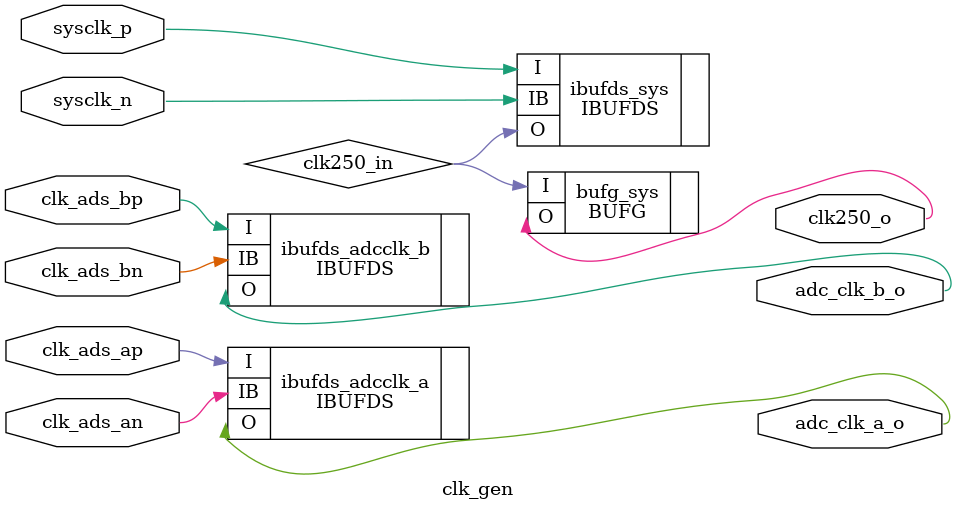
<source format=v>
`timescale 1ns / 1ps

module clk_gen(
	input sysclk_p,
	input sysclk_n,
	input clk_ads_ap,
	input clk_ads_an,
	input clk_ads_bp,
	input clk_ads_bn,
	output adc_clk_a_o,
	output adc_clk_b_o,
	output clk250_o
);

	wire clk250_in;
// 250 MHz system clock from AD9520
	IBUFDS #(.DIFF_TERM("TRUE")) ibufds_sys (
		.I	(sysclk_p),
		.IB	(sysclk_n),
		.O	(clk250_in)
	);
	BUFG bufg_sys (
		.I	(clk250_in),
		.O	(clk250_o)
	);

// ADC Data Clock (DCO / CLK_OUT) from ADS5400 A 250 MHz
	IBUFDS #(.DIFF_TERM("TRUE")) ibufds_adcclk_a (
		.I	(clk_ads_ap),
		.IB	(clk_ads_an),
		.O	(adc_clk_a_o)
);

// ADC Data Clock (DCO / CLK_OUT) from ADS5400 B 250 MHz
	IBUFDS #(.DIFF_TERM("TRUE")) ibufds_adcclk_b (
		.I	(clk_ads_bp),
		.IB	(clk_ads_bn),
		.O	(adc_clk_b_o)
);

endmodule
</source>
